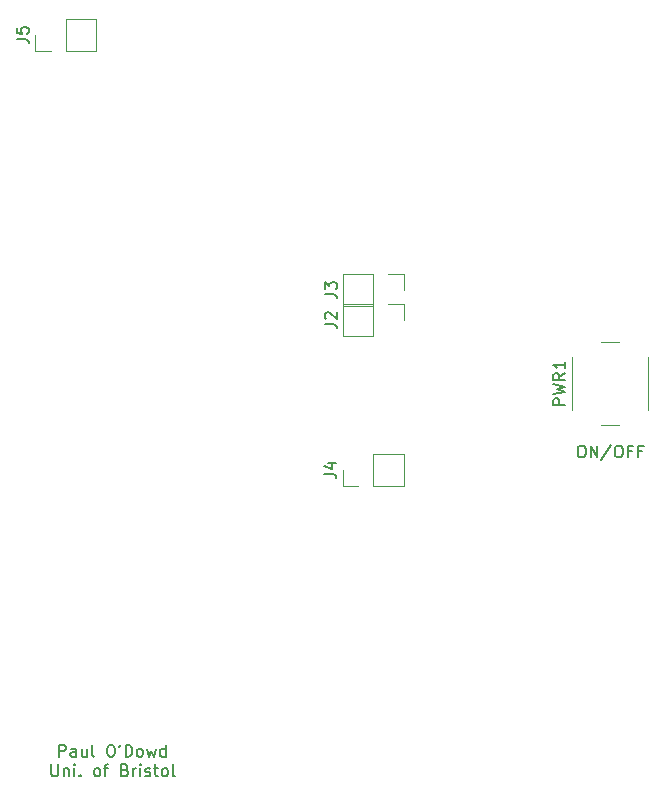
<source format=gbr>
G04 #@! TF.GenerationSoftware,KiCad,Pcbnew,(5.1.4)-1*
G04 #@! TF.CreationDate,2022-07-13T12:05:44+01:00*
G04 #@! TF.ProjectId,3Pi_M5Core2_Hat,3350695f-4d35-4436-9f72-65325f486174,rev?*
G04 #@! TF.SameCoordinates,Original*
G04 #@! TF.FileFunction,Legend,Top*
G04 #@! TF.FilePolarity,Positive*
%FSLAX46Y46*%
G04 Gerber Fmt 4.6, Leading zero omitted, Abs format (unit mm)*
G04 Created by KiCad (PCBNEW (5.1.4)-1) date 2022-07-13 12:05:44*
%MOMM*%
%LPD*%
G04 APERTURE LIST*
%ADD10C,0.150000*%
%ADD11C,0.120000*%
G04 APERTURE END LIST*
D10*
X104212000Y-126119380D02*
X104212000Y-125119380D01*
X104592952Y-125119380D01*
X104688190Y-125167000D01*
X104735809Y-125214619D01*
X104783428Y-125309857D01*
X104783428Y-125452714D01*
X104735809Y-125547952D01*
X104688190Y-125595571D01*
X104592952Y-125643190D01*
X104212000Y-125643190D01*
X105640571Y-126119380D02*
X105640571Y-125595571D01*
X105592952Y-125500333D01*
X105497714Y-125452714D01*
X105307238Y-125452714D01*
X105212000Y-125500333D01*
X105640571Y-126071761D02*
X105545333Y-126119380D01*
X105307238Y-126119380D01*
X105212000Y-126071761D01*
X105164380Y-125976523D01*
X105164380Y-125881285D01*
X105212000Y-125786047D01*
X105307238Y-125738428D01*
X105545333Y-125738428D01*
X105640571Y-125690809D01*
X106545333Y-125452714D02*
X106545333Y-126119380D01*
X106116761Y-125452714D02*
X106116761Y-125976523D01*
X106164380Y-126071761D01*
X106259619Y-126119380D01*
X106402476Y-126119380D01*
X106497714Y-126071761D01*
X106545333Y-126024142D01*
X107164380Y-126119380D02*
X107069142Y-126071761D01*
X107021523Y-125976523D01*
X107021523Y-125119380D01*
X108497714Y-125119380D02*
X108688190Y-125119380D01*
X108783428Y-125167000D01*
X108878666Y-125262238D01*
X108926285Y-125452714D01*
X108926285Y-125786047D01*
X108878666Y-125976523D01*
X108783428Y-126071761D01*
X108688190Y-126119380D01*
X108497714Y-126119380D01*
X108402476Y-126071761D01*
X108307238Y-125976523D01*
X108259619Y-125786047D01*
X108259619Y-125452714D01*
X108307238Y-125262238D01*
X108402476Y-125167000D01*
X108497714Y-125119380D01*
X109402476Y-125119380D02*
X109307238Y-125309857D01*
X109831047Y-126119380D02*
X109831047Y-125119380D01*
X110069142Y-125119380D01*
X110212000Y-125167000D01*
X110307238Y-125262238D01*
X110354857Y-125357476D01*
X110402476Y-125547952D01*
X110402476Y-125690809D01*
X110354857Y-125881285D01*
X110307238Y-125976523D01*
X110212000Y-126071761D01*
X110069142Y-126119380D01*
X109831047Y-126119380D01*
X110973904Y-126119380D02*
X110878666Y-126071761D01*
X110831047Y-126024142D01*
X110783428Y-125928904D01*
X110783428Y-125643190D01*
X110831047Y-125547952D01*
X110878666Y-125500333D01*
X110973904Y-125452714D01*
X111116761Y-125452714D01*
X111212000Y-125500333D01*
X111259619Y-125547952D01*
X111307238Y-125643190D01*
X111307238Y-125928904D01*
X111259619Y-126024142D01*
X111212000Y-126071761D01*
X111116761Y-126119380D01*
X110973904Y-126119380D01*
X111640571Y-125452714D02*
X111831047Y-126119380D01*
X112021523Y-125643190D01*
X112212000Y-126119380D01*
X112402476Y-125452714D01*
X113212000Y-126119380D02*
X113212000Y-125119380D01*
X113212000Y-126071761D02*
X113116761Y-126119380D01*
X112926285Y-126119380D01*
X112831047Y-126071761D01*
X112783428Y-126024142D01*
X112735809Y-125928904D01*
X112735809Y-125643190D01*
X112783428Y-125547952D01*
X112831047Y-125500333D01*
X112926285Y-125452714D01*
X113116761Y-125452714D01*
X113212000Y-125500333D01*
X103545333Y-126769380D02*
X103545333Y-127578904D01*
X103592952Y-127674142D01*
X103640571Y-127721761D01*
X103735809Y-127769380D01*
X103926285Y-127769380D01*
X104021523Y-127721761D01*
X104069142Y-127674142D01*
X104116761Y-127578904D01*
X104116761Y-126769380D01*
X104592952Y-127102714D02*
X104592952Y-127769380D01*
X104592952Y-127197952D02*
X104640571Y-127150333D01*
X104735809Y-127102714D01*
X104878666Y-127102714D01*
X104973904Y-127150333D01*
X105021523Y-127245571D01*
X105021523Y-127769380D01*
X105497714Y-127769380D02*
X105497714Y-127102714D01*
X105497714Y-126769380D02*
X105450095Y-126817000D01*
X105497714Y-126864619D01*
X105545333Y-126817000D01*
X105497714Y-126769380D01*
X105497714Y-126864619D01*
X105973904Y-127674142D02*
X106021523Y-127721761D01*
X105973904Y-127769380D01*
X105926285Y-127721761D01*
X105973904Y-127674142D01*
X105973904Y-127769380D01*
X107354857Y-127769380D02*
X107259619Y-127721761D01*
X107212000Y-127674142D01*
X107164380Y-127578904D01*
X107164380Y-127293190D01*
X107212000Y-127197952D01*
X107259619Y-127150333D01*
X107354857Y-127102714D01*
X107497714Y-127102714D01*
X107592952Y-127150333D01*
X107640571Y-127197952D01*
X107688190Y-127293190D01*
X107688190Y-127578904D01*
X107640571Y-127674142D01*
X107592952Y-127721761D01*
X107497714Y-127769380D01*
X107354857Y-127769380D01*
X107973904Y-127102714D02*
X108354857Y-127102714D01*
X108116761Y-127769380D02*
X108116761Y-126912238D01*
X108164380Y-126817000D01*
X108259619Y-126769380D01*
X108354857Y-126769380D01*
X109783428Y-127245571D02*
X109926285Y-127293190D01*
X109973904Y-127340809D01*
X110021523Y-127436047D01*
X110021523Y-127578904D01*
X109973904Y-127674142D01*
X109926285Y-127721761D01*
X109831047Y-127769380D01*
X109450095Y-127769380D01*
X109450095Y-126769380D01*
X109783428Y-126769380D01*
X109878666Y-126817000D01*
X109926285Y-126864619D01*
X109973904Y-126959857D01*
X109973904Y-127055095D01*
X109926285Y-127150333D01*
X109878666Y-127197952D01*
X109783428Y-127245571D01*
X109450095Y-127245571D01*
X110450095Y-127769380D02*
X110450095Y-127102714D01*
X110450095Y-127293190D02*
X110497714Y-127197952D01*
X110545333Y-127150333D01*
X110640571Y-127102714D01*
X110735809Y-127102714D01*
X111069142Y-127769380D02*
X111069142Y-127102714D01*
X111069142Y-126769380D02*
X111021523Y-126817000D01*
X111069142Y-126864619D01*
X111116761Y-126817000D01*
X111069142Y-126769380D01*
X111069142Y-126864619D01*
X111497714Y-127721761D02*
X111592952Y-127769380D01*
X111783428Y-127769380D01*
X111878666Y-127721761D01*
X111926285Y-127626523D01*
X111926285Y-127578904D01*
X111878666Y-127483666D01*
X111783428Y-127436047D01*
X111640571Y-127436047D01*
X111545333Y-127388428D01*
X111497714Y-127293190D01*
X111497714Y-127245571D01*
X111545333Y-127150333D01*
X111640571Y-127102714D01*
X111783428Y-127102714D01*
X111878666Y-127150333D01*
X112212000Y-127102714D02*
X112592952Y-127102714D01*
X112354857Y-126769380D02*
X112354857Y-127626523D01*
X112402476Y-127721761D01*
X112497714Y-127769380D01*
X112592952Y-127769380D01*
X113069142Y-127769380D02*
X112973904Y-127721761D01*
X112926285Y-127674142D01*
X112878666Y-127578904D01*
X112878666Y-127293190D01*
X112926285Y-127197952D01*
X112973904Y-127150333D01*
X113069142Y-127102714D01*
X113212000Y-127102714D01*
X113307238Y-127150333D01*
X113354857Y-127197952D01*
X113402476Y-127293190D01*
X113402476Y-127578904D01*
X113354857Y-127674142D01*
X113307238Y-127721761D01*
X113212000Y-127769380D01*
X113069142Y-127769380D01*
X113973904Y-127769380D02*
X113878666Y-127721761D01*
X113831047Y-127626523D01*
X113831047Y-126769380D01*
X148352190Y-99782380D02*
X148542666Y-99782380D01*
X148637904Y-99830000D01*
X148733142Y-99925238D01*
X148780761Y-100115714D01*
X148780761Y-100449047D01*
X148733142Y-100639523D01*
X148637904Y-100734761D01*
X148542666Y-100782380D01*
X148352190Y-100782380D01*
X148256952Y-100734761D01*
X148161714Y-100639523D01*
X148114095Y-100449047D01*
X148114095Y-100115714D01*
X148161714Y-99925238D01*
X148256952Y-99830000D01*
X148352190Y-99782380D01*
X149209333Y-100782380D02*
X149209333Y-99782380D01*
X149780761Y-100782380D01*
X149780761Y-99782380D01*
X150971238Y-99734761D02*
X150114095Y-101020476D01*
X151495047Y-99782380D02*
X151685523Y-99782380D01*
X151780761Y-99830000D01*
X151876000Y-99925238D01*
X151923619Y-100115714D01*
X151923619Y-100449047D01*
X151876000Y-100639523D01*
X151780761Y-100734761D01*
X151685523Y-100782380D01*
X151495047Y-100782380D01*
X151399809Y-100734761D01*
X151304571Y-100639523D01*
X151256952Y-100449047D01*
X151256952Y-100115714D01*
X151304571Y-99925238D01*
X151399809Y-99830000D01*
X151495047Y-99782380D01*
X152685523Y-100258571D02*
X152352190Y-100258571D01*
X152352190Y-100782380D02*
X152352190Y-99782380D01*
X152828380Y-99782380D01*
X153542666Y-100258571D02*
X153209333Y-100258571D01*
X153209333Y-100782380D02*
X153209333Y-99782380D01*
X153685523Y-99782380D01*
D11*
X128210000Y-87824000D02*
X128210000Y-90484000D01*
X130810000Y-87824000D02*
X128210000Y-87824000D01*
X130810000Y-90484000D02*
X128210000Y-90484000D01*
X130810000Y-87824000D02*
X130810000Y-90484000D01*
X132080000Y-87824000D02*
X133410000Y-87824000D01*
X133410000Y-87824000D02*
X133410000Y-89154000D01*
X128210000Y-85284000D02*
X128210000Y-87944000D01*
X130810000Y-85284000D02*
X128210000Y-85284000D01*
X130810000Y-87944000D02*
X128210000Y-87944000D01*
X130810000Y-85284000D02*
X130810000Y-87944000D01*
X132080000Y-85284000D02*
X133410000Y-85284000D01*
X133410000Y-85284000D02*
X133410000Y-86614000D01*
X128210000Y-103184000D02*
X128210000Y-101854000D01*
X129540000Y-103184000D02*
X128210000Y-103184000D01*
X130810000Y-103184000D02*
X130810000Y-100524000D01*
X130810000Y-100524000D02*
X133410000Y-100524000D01*
X130810000Y-103184000D02*
X133410000Y-103184000D01*
X133410000Y-103184000D02*
X133410000Y-100524000D01*
X107362000Y-66354000D02*
X107362000Y-63694000D01*
X104762000Y-66354000D02*
X107362000Y-66354000D01*
X104762000Y-63694000D02*
X107362000Y-63694000D01*
X104762000Y-66354000D02*
X104762000Y-63694000D01*
X103492000Y-66354000D02*
X102162000Y-66354000D01*
X102162000Y-66354000D02*
X102162000Y-65024000D01*
X154090000Y-96790000D02*
X154090000Y-92290000D01*
X150090000Y-98040000D02*
X151590000Y-98040000D01*
X147590000Y-92290000D02*
X147590000Y-96790000D01*
X151590000Y-91040000D02*
X150090000Y-91040000D01*
D10*
X126706380Y-89487333D02*
X127420666Y-89487333D01*
X127563523Y-89534952D01*
X127658761Y-89630190D01*
X127706380Y-89773047D01*
X127706380Y-89868285D01*
X126801619Y-89058761D02*
X126754000Y-89011142D01*
X126706380Y-88915904D01*
X126706380Y-88677809D01*
X126754000Y-88582571D01*
X126801619Y-88534952D01*
X126896857Y-88487333D01*
X126992095Y-88487333D01*
X127134952Y-88534952D01*
X127706380Y-89106380D01*
X127706380Y-88487333D01*
X126706380Y-86947333D02*
X127420666Y-86947333D01*
X127563523Y-86994952D01*
X127658761Y-87090190D01*
X127706380Y-87233047D01*
X127706380Y-87328285D01*
X126706380Y-86566380D02*
X126706380Y-85947333D01*
X127087333Y-86280666D01*
X127087333Y-86137809D01*
X127134952Y-86042571D01*
X127182571Y-85994952D01*
X127277809Y-85947333D01*
X127515904Y-85947333D01*
X127611142Y-85994952D01*
X127658761Y-86042571D01*
X127706380Y-86137809D01*
X127706380Y-86423523D01*
X127658761Y-86518761D01*
X127611142Y-86566380D01*
X126662380Y-102187333D02*
X127376666Y-102187333D01*
X127519523Y-102234952D01*
X127614761Y-102330190D01*
X127662380Y-102473047D01*
X127662380Y-102568285D01*
X126995714Y-101282571D02*
X127662380Y-101282571D01*
X126614761Y-101520666D02*
X127329047Y-101758761D01*
X127329047Y-101139714D01*
X100614380Y-65357333D02*
X101328666Y-65357333D01*
X101471523Y-65404952D01*
X101566761Y-65500190D01*
X101614380Y-65643047D01*
X101614380Y-65738285D01*
X100614380Y-64404952D02*
X100614380Y-64881142D01*
X101090571Y-64928761D01*
X101042952Y-64881142D01*
X100995333Y-64785904D01*
X100995333Y-64547809D01*
X101042952Y-64452571D01*
X101090571Y-64404952D01*
X101185809Y-64357333D01*
X101423904Y-64357333D01*
X101519142Y-64404952D01*
X101566761Y-64452571D01*
X101614380Y-64547809D01*
X101614380Y-64785904D01*
X101566761Y-64881142D01*
X101519142Y-64928761D01*
X147042380Y-96349523D02*
X146042380Y-96349523D01*
X146042380Y-95968571D01*
X146090000Y-95873333D01*
X146137619Y-95825714D01*
X146232857Y-95778095D01*
X146375714Y-95778095D01*
X146470952Y-95825714D01*
X146518571Y-95873333D01*
X146566190Y-95968571D01*
X146566190Y-96349523D01*
X146042380Y-95444761D02*
X147042380Y-95206666D01*
X146328095Y-95016190D01*
X147042380Y-94825714D01*
X146042380Y-94587619D01*
X147042380Y-93635238D02*
X146566190Y-93968571D01*
X147042380Y-94206666D02*
X146042380Y-94206666D01*
X146042380Y-93825714D01*
X146090000Y-93730476D01*
X146137619Y-93682857D01*
X146232857Y-93635238D01*
X146375714Y-93635238D01*
X146470952Y-93682857D01*
X146518571Y-93730476D01*
X146566190Y-93825714D01*
X146566190Y-94206666D01*
X147042380Y-92682857D02*
X147042380Y-93254285D01*
X147042380Y-92968571D02*
X146042380Y-92968571D01*
X146185238Y-93063809D01*
X146280476Y-93159047D01*
X146328095Y-93254285D01*
M02*

</source>
